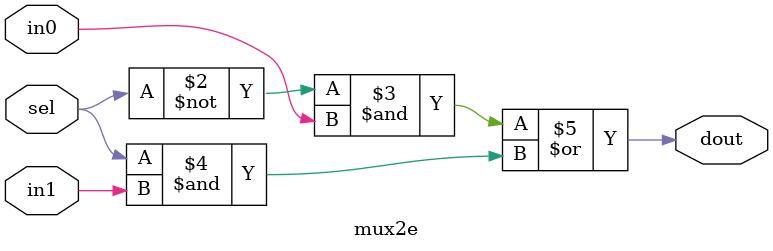
<source format=v>

`timescale 1ps/1ps

module mux2e (dout, sel, in1, in0);

parameter upper = 0;
parameter lower = 0; 
parameter width = upper-lower+1;  // default width of output
   
output [upper:lower] dout;  // data out
reg    [upper:lower] dout;
input                sel;   // select
input  [upper:lower] in1;   // data inputs
input  [upper:lower] in0;


always @*
    case (sel)
      1'b0, 1'b1:  dout[upper:lower] = ({width{~sel}} & in0[upper:lower]) | 
                                       ({width{ sel}} & in1[upper:lower]) ;
      default:     dout[upper:lower] = {width{1'bx}};
    endcase

endmodule


</source>
